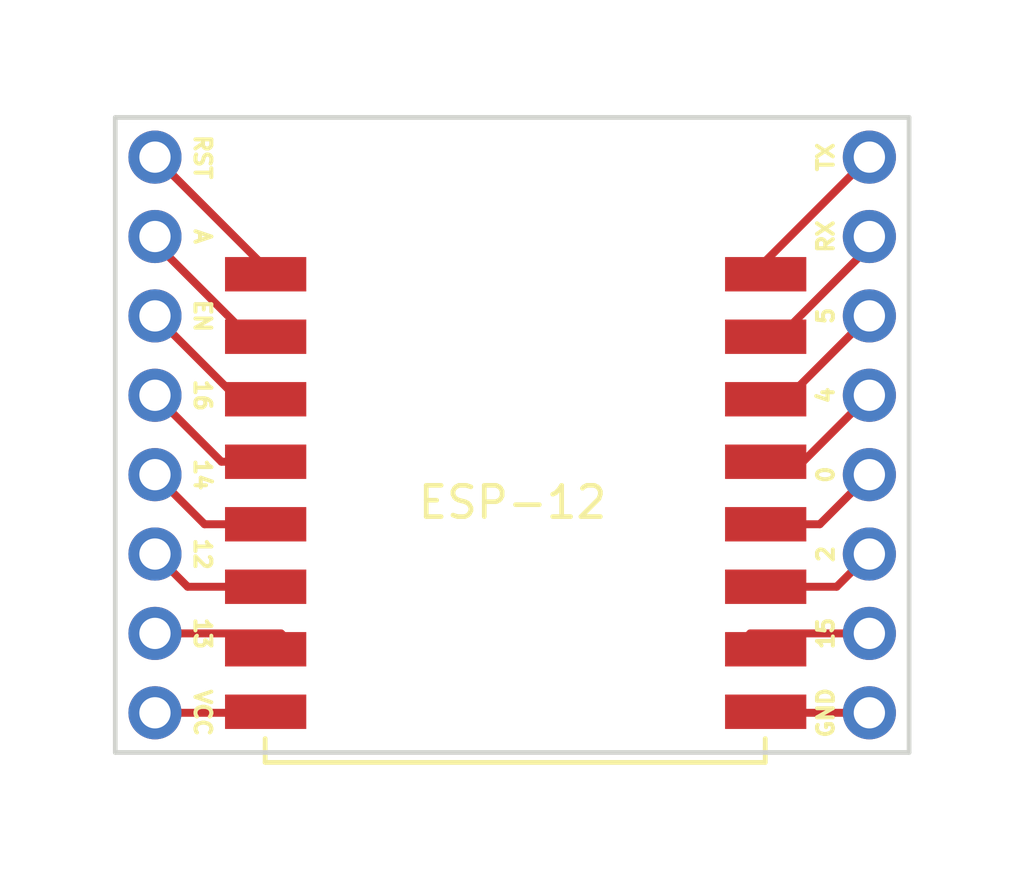
<source format=kicad_pcb>
(kicad_pcb (version 4) (host pcbnew 4.0.5)

  (general
    (links 16)
    (no_connects 0)
    (area 153.594999 95.174999 179.145001 115.645001)
    (thickness 1.6)
    (drawings 21)
    (tracks 36)
    (zones 0)
    (modules 3)
    (nets 17)
  )

  (page A4)
  (layers
    (0 F.Cu signal)
    (31 B.Cu signal)
    (32 B.Adhes user)
    (33 F.Adhes user)
    (34 B.Paste user)
    (35 F.Paste user)
    (36 B.SilkS user)
    (37 F.SilkS user)
    (38 B.Mask user)
    (39 F.Mask user)
    (40 Dwgs.User user)
    (41 Cmts.User user)
    (42 Eco1.User user)
    (43 Eco2.User user)
    (44 Edge.Cuts user)
    (45 Margin user)
    (46 B.CrtYd user)
    (47 F.CrtYd user)
    (48 B.Fab user)
    (49 F.Fab user)
  )

  (setup
    (last_trace_width 0.254)
    (user_trace_width 0.254)
    (trace_clearance 0.254)
    (zone_clearance 0.508)
    (zone_45_only no)
    (trace_min 0.1524)
    (segment_width 0.2)
    (edge_width 0.15)
    (via_size 0.6858)
    (via_drill 0.3302)
    (via_min_size 0.6858)
    (via_min_drill 0.3302)
    (uvia_size 0.762)
    (uvia_drill 0.508)
    (uvias_allowed no)
    (uvia_min_size 0)
    (uvia_min_drill 0)
    (pcb_text_width 0.3)
    (pcb_text_size 1.5 1.5)
    (mod_edge_width 0.15)
    (mod_text_size 1 1)
    (mod_text_width 0.15)
    (pad_size 1.7 1.7)
    (pad_drill 1)
    (pad_to_mask_clearance 0.2)
    (aux_axis_origin 0 0)
    (visible_elements FFFFFF7F)
    (pcbplotparams
      (layerselection 0x00030_80000001)
      (usegerberextensions false)
      (excludeedgelayer true)
      (linewidth 0.100000)
      (plotframeref false)
      (viasonmask false)
      (mode 1)
      (useauxorigin false)
      (hpglpennumber 1)
      (hpglpenspeed 20)
      (hpglpendiameter 15)
      (hpglpenoverlay 2)
      (psnegative false)
      (psa4output false)
      (plotreference true)
      (plotvalue true)
      (plotinvisibletext false)
      (padsonsilk false)
      (subtractmaskfromsilk false)
      (outputformat 1)
      (mirror false)
      (drillshape 1)
      (scaleselection 1)
      (outputdirectory ""))
  )

  (net 0 "")
  (net 1 "Net-(P1-Pad1)")
  (net 2 "Net-(P1-Pad2)")
  (net 3 "Net-(P1-Pad3)")
  (net 4 "Net-(P1-Pad4)")
  (net 5 "Net-(P1-Pad5)")
  (net 6 "Net-(P1-Pad6)")
  (net 7 "Net-(P1-Pad7)")
  (net 8 /VCC)
  (net 9 "Net-(P2-Pad1)")
  (net 10 "Net-(P2-Pad2)")
  (net 11 "Net-(P2-Pad3)")
  (net 12 "Net-(P2-Pad4)")
  (net 13 "Net-(P2-Pad5)")
  (net 14 "Net-(P2-Pad6)")
  (net 15 "Net-(P2-Pad7)")
  (net 16 /GND)

  (net_class Default "This is the default net class."
    (clearance 0.254)
    (trace_width 0.254)
    (via_dia 0.6858)
    (via_drill 0.3302)
    (uvia_dia 0.762)
    (uvia_drill 0.508)
    (add_net /GND)
    (add_net /VCC)
    (add_net "Net-(P1-Pad1)")
    (add_net "Net-(P1-Pad2)")
    (add_net "Net-(P1-Pad3)")
    (add_net "Net-(P1-Pad4)")
    (add_net "Net-(P1-Pad5)")
    (add_net "Net-(P1-Pad6)")
    (add_net "Net-(P1-Pad7)")
    (add_net "Net-(P2-Pad1)")
    (add_net "Net-(P2-Pad2)")
    (add_net "Net-(P2-Pad3)")
    (add_net "Net-(P2-Pad4)")
    (add_net "Net-(P2-Pad5)")
    (add_net "Net-(P2-Pad6)")
    (add_net "Net-(P2-Pad7)")
  )

  (module esp-12s:ESP-12 (layer F.Cu) (tedit 592B6773) (tstamp 592B55BB)
    (at 159.482 100.267)
    (descr "Module, ESP-8266, ESP-12, 16 pad, SMD")
    (tags "Module ESP-8266 ESP8266")
    (path /592B4E51)
    (fp_text reference ESP-12 (at 6.9 7.3) (layer F.SilkS)
      (effects (font (size 1 1) (thickness 0.15)))
    )
    (fp_text value ESP-12 (at 6.992 1) (layer F.Fab)
      (effects (font (size 1 1) (thickness 0.15)))
    )
    (fp_line (start -2.25 -0.5) (end -2.25 -8.75) (layer F.CrtYd) (width 0.05))
    (fp_line (start -2.25 -8.75) (end 15.25 -8.75) (layer F.CrtYd) (width 0.05))
    (fp_line (start 15.25 -8.75) (end 16.25 -8.75) (layer F.CrtYd) (width 0.05))
    (fp_line (start 16.25 -8.75) (end 16.25 16) (layer F.CrtYd) (width 0.05))
    (fp_line (start 16.25 16) (end -2.25 16) (layer F.CrtYd) (width 0.05))
    (fp_line (start -2.25 16) (end -2.25 -0.5) (layer F.CrtYd) (width 0.05))
    (fp_line (start -1.016 -8.382) (end 14.986 -8.382) (layer F.CrtYd) (width 0.1524))
    (fp_line (start 14.986 -8.382) (end 14.986 -0.889) (layer F.CrtYd) (width 0.1524))
    (fp_line (start -1.016 -8.382) (end -1.016 -1.016) (layer F.CrtYd) (width 0.1524))
    (fp_line (start -1.016 14.859) (end -1.016 15.621) (layer F.SilkS) (width 0.1524))
    (fp_line (start -1.016 15.621) (end 14.986 15.621) (layer F.SilkS) (width 0.1524))
    (fp_line (start 14.986 15.621) (end 14.986 14.859) (layer F.SilkS) (width 0.1524))
    (fp_line (start 14.992 -8.4) (end -1.008 -2.6) (layer F.CrtYd) (width 0.1524))
    (fp_line (start -1.008 -8.4) (end 14.992 -2.6) (layer F.CrtYd) (width 0.1524))
    (fp_text user "No Copper" (at 6.892 -5.4) (layer F.CrtYd)
      (effects (font (size 1 1) (thickness 0.15)))
    )
    (fp_line (start -1.008 -2.6) (end 14.992 -2.6) (layer F.CrtYd) (width 0.1524))
    (fp_line (start 15 -8.4) (end 15 15.6) (layer F.Fab) (width 0.05))
    (fp_line (start 14.992 15.6) (end -1.008 15.6) (layer F.Fab) (width 0.05))
    (fp_line (start -1.008 15.6) (end -1.008 -8.4) (layer F.Fab) (width 0.05))
    (fp_line (start -1.008 -8.4) (end 14.992 -8.4) (layer F.Fab) (width 0.05))
    (pad 1 smd rect (at 0 0) (size 2.6 1.1) (drill (offset -1 0)) (layers F.Cu F.Paste F.Mask)
      (net 1 "Net-(P1-Pad1)"))
    (pad 2 smd rect (at 0 2) (size 2.6 1.1) (drill (offset -1 0)) (layers F.Cu F.Paste F.Mask)
      (net 2 "Net-(P1-Pad2)"))
    (pad 3 smd rect (at 0 4) (size 2.6 1.1) (drill (offset -1 0)) (layers F.Cu F.Paste F.Mask)
      (net 3 "Net-(P1-Pad3)"))
    (pad 4 smd rect (at 0 6) (size 2.6 1.1) (drill (offset -1 0)) (layers F.Cu F.Paste F.Mask)
      (net 4 "Net-(P1-Pad4)"))
    (pad 5 smd rect (at 0 8) (size 2.6 1.1) (drill (offset -1 0)) (layers F.Cu F.Paste F.Mask)
      (net 5 "Net-(P1-Pad5)"))
    (pad 6 smd rect (at 0 10) (size 2.6 1.1) (drill (offset -1 0)) (layers F.Cu F.Paste F.Mask)
      (net 6 "Net-(P1-Pad6)"))
    (pad 7 smd rect (at 0 12) (size 2.6 1.1) (drill (offset -1 0)) (layers F.Cu F.Paste F.Mask)
      (net 7 "Net-(P1-Pad7)"))
    (pad 8 smd rect (at 0 14) (size 2.6 1.1) (drill (offset -1 0)) (layers F.Cu F.Paste F.Mask)
      (net 8 /VCC))
    (pad 9 smd rect (at 14 14) (size 2.6 1.1) (drill (offset 1 0)) (layers F.Cu F.Paste F.Mask)
      (net 16 /GND))
    (pad 10 smd rect (at 14 12) (size 2.6 1.1) (drill (offset 1 0)) (layers F.Cu F.Paste F.Mask)
      (net 15 "Net-(P2-Pad7)"))
    (pad 11 smd rect (at 14 10) (size 2.6 1.1) (drill (offset 1 0)) (layers F.Cu F.Paste F.Mask)
      (net 14 "Net-(P2-Pad6)"))
    (pad 12 smd rect (at 14 8) (size 2.6 1.1) (drill (offset 1 0)) (layers F.Cu F.Paste F.Mask)
      (net 13 "Net-(P2-Pad5)"))
    (pad 13 smd rect (at 14 6) (size 2.6 1.1) (drill (offset 1 0)) (layers F.Cu F.Paste F.Mask)
      (net 12 "Net-(P2-Pad4)"))
    (pad 14 smd rect (at 14 4) (size 2.6 1.1) (drill (offset 1 0)) (layers F.Cu F.Paste F.Mask)
      (net 11 "Net-(P2-Pad3)"))
    (pad 15 smd rect (at 14 2) (size 2.6 1.1) (drill (offset 1 0)) (layers F.Cu F.Paste F.Mask)
      (net 10 "Net-(P2-Pad2)"))
    (pad 16 smd rect (at 14 0) (size 2.6 1.1) (drill (offset 1 0)) (layers F.Cu F.Paste F.Mask)
      (net 9 "Net-(P2-Pad1)"))
    (model ${KIPRJMOD}/libraries/esp8266/ESP8266.3dshapes/ESP-12.wrl
      (at (xyz 0 0 0))
      (scale (xyz 0.395 0.395 0.395))
      (rotate (xyz 0 0 0))
    )
  )

  (module headers:Pin_Header_Straight_1x08_Pitch2.54mm (layer F.Cu) (tedit 592B5CD0) (tstamp 592B55A7)
    (at 177.8 96.52)
    (descr "Through hole straight pin header, 1x08, 2.54mm pitch, single row")
    (tags "Through hole pin header THT 1x08 2.54mm single row")
    (path /592B4F4F)
    (fp_text reference P2 (at 0 -2.33) (layer F.SilkS) hide
      (effects (font (size 1 1) (thickness 0.15)))
    )
    (fp_text value CONN_01X08 (at 0 20.11) (layer F.Fab)
      (effects (font (size 1 1) (thickness 0.15)))
    )
    (fp_line (start -1.27 -1.27) (end -1.27 19.05) (layer F.Fab) (width 0.1))
    (fp_line (start -1.27 19.05) (end 1.27 19.05) (layer F.Fab) (width 0.1))
    (fp_line (start 1.27 19.05) (end 1.27 -1.27) (layer F.Fab) (width 0.1))
    (fp_line (start 1.27 -1.27) (end -1.27 -1.27) (layer F.Fab) (width 0.1))
    (fp_line (start -1.8 -1.8) (end -1.8 19.55) (layer F.CrtYd) (width 0.05))
    (fp_line (start -1.8 19.55) (end 1.8 19.55) (layer F.CrtYd) (width 0.05))
    (fp_line (start 1.8 19.55) (end 1.8 -1.8) (layer F.CrtYd) (width 0.05))
    (fp_line (start 1.8 -1.8) (end -1.8 -1.8) (layer F.CrtYd) (width 0.05))
    (fp_text user %R (at 0 -2.33) (layer F.Fab) hide
      (effects (font (size 1 1) (thickness 0.15)))
    )
    (pad 1 thru_hole circle (at 0 0) (size 1.7 1.7) (drill 1) (layers *.Cu *.Mask)
      (net 9 "Net-(P2-Pad1)"))
    (pad 2 thru_hole oval (at 0 2.54) (size 1.7 1.7) (drill 1) (layers *.Cu *.Mask)
      (net 10 "Net-(P2-Pad2)"))
    (pad 3 thru_hole oval (at 0 5.08) (size 1.7 1.7) (drill 1) (layers *.Cu *.Mask)
      (net 11 "Net-(P2-Pad3)"))
    (pad 4 thru_hole oval (at 0 7.62) (size 1.7 1.7) (drill 1) (layers *.Cu *.Mask)
      (net 12 "Net-(P2-Pad4)"))
    (pad 5 thru_hole oval (at 0 10.16) (size 1.7 1.7) (drill 1) (layers *.Cu *.Mask)
      (net 13 "Net-(P2-Pad5)"))
    (pad 6 thru_hole oval (at 0 12.7) (size 1.7 1.7) (drill 1) (layers *.Cu *.Mask)
      (net 14 "Net-(P2-Pad6)"))
    (pad 7 thru_hole oval (at 0 15.24) (size 1.7 1.7) (drill 1) (layers *.Cu *.Mask)
      (net 15 "Net-(P2-Pad7)"))
    (pad 8 thru_hole oval (at 0 17.78) (size 1.7 1.7) (drill 1) (layers *.Cu *.Mask)
      (net 16 /GND))
    (model ${KISYS3DMOD}/Pin_Headers.3dshapes/Pin_Header_Straight_1x08_Pitch2.54mm.wrl
      (at (xyz 0 -0.35 0))
      (scale (xyz 1 1 1))
      (rotate (xyz 0 0 90))
    )
  )

  (module headers:Pin_Header_Straight_1x08_Pitch2.54mm (layer F.Cu) (tedit 592B5CD0) (tstamp 592B559B)
    (at 154.94 96.52)
    (descr "Through hole straight pin header, 1x08, 2.54mm pitch, single row")
    (tags "Through hole pin header THT 1x08 2.54mm single row")
    (path /592B4ED9)
    (fp_text reference P1 (at 0 -2.33) (layer F.SilkS) hide
      (effects (font (size 1 1) (thickness 0.15)))
    )
    (fp_text value CONN_01X08 (at 0 20.11) (layer F.Fab)
      (effects (font (size 1 1) (thickness 0.15)))
    )
    (fp_line (start -1.27 -1.27) (end -1.27 19.05) (layer F.Fab) (width 0.1))
    (fp_line (start -1.27 19.05) (end 1.27 19.05) (layer F.Fab) (width 0.1))
    (fp_line (start 1.27 19.05) (end 1.27 -1.27) (layer F.Fab) (width 0.1))
    (fp_line (start 1.27 -1.27) (end -1.27 -1.27) (layer F.Fab) (width 0.1))
    (fp_line (start -1.8 -1.8) (end -1.8 19.55) (layer F.CrtYd) (width 0.05))
    (fp_line (start -1.8 19.55) (end 1.8 19.55) (layer F.CrtYd) (width 0.05))
    (fp_line (start 1.8 19.55) (end 1.8 -1.8) (layer F.CrtYd) (width 0.05))
    (fp_line (start 1.8 -1.8) (end -1.8 -1.8) (layer F.CrtYd) (width 0.05))
    (fp_text user %R (at 0 -2.33) (layer F.Fab) hide
      (effects (font (size 1 1) (thickness 0.15)))
    )
    (pad 1 thru_hole circle (at 0 0) (size 1.7 1.7) (drill 1) (layers *.Cu *.Mask)
      (net 1 "Net-(P1-Pad1)"))
    (pad 2 thru_hole oval (at 0 2.54) (size 1.7 1.7) (drill 1) (layers *.Cu *.Mask)
      (net 2 "Net-(P1-Pad2)"))
    (pad 3 thru_hole oval (at 0 5.08) (size 1.7 1.7) (drill 1) (layers *.Cu *.Mask)
      (net 3 "Net-(P1-Pad3)"))
    (pad 4 thru_hole oval (at 0 7.62) (size 1.7 1.7) (drill 1) (layers *.Cu *.Mask)
      (net 4 "Net-(P1-Pad4)"))
    (pad 5 thru_hole oval (at 0 10.16) (size 1.7 1.7) (drill 1) (layers *.Cu *.Mask)
      (net 5 "Net-(P1-Pad5)"))
    (pad 6 thru_hole oval (at 0 12.7) (size 1.7 1.7) (drill 1) (layers *.Cu *.Mask)
      (net 6 "Net-(P1-Pad6)"))
    (pad 7 thru_hole oval (at 0 15.24) (size 1.7 1.7) (drill 1) (layers *.Cu *.Mask)
      (net 7 "Net-(P1-Pad7)"))
    (pad 8 thru_hole oval (at 0 17.78) (size 1.7 1.7) (drill 1) (layers *.Cu *.Mask)
      (net 8 /VCC))
    (model ${KISYS3DMOD}/Pin_Headers.3dshapes/Pin_Header_Straight_1x08_Pitch2.54mm.wrl
      (at (xyz 0 -0.35 0))
      (scale (xyz 1 1 1))
      (rotate (xyz 0 0 90))
    )
  )

  (gr_text GND (at 176.403 114.3 90) (layer F.SilkS) (tstamp 592B6625)
    (effects (font (size 0.508 0.508) (thickness 0.127)))
  )
  (gr_text 15 (at 176.403 111.76 90) (layer F.SilkS) (tstamp 592B6624)
    (effects (font (size 0.508 0.508) (thickness 0.127)))
  )
  (gr_text 2 (at 176.403 109.22 90) (layer F.SilkS) (tstamp 592B6623)
    (effects (font (size 0.508 0.508) (thickness 0.127)))
  )
  (gr_text 0 (at 176.403 106.68 90) (layer F.SilkS) (tstamp 592B6622)
    (effects (font (size 0.508 0.508) (thickness 0.127)))
  )
  (gr_text 4 (at 176.403 104.14 90) (layer F.SilkS) (tstamp 592B6621)
    (effects (font (size 0.508 0.508) (thickness 0.127)))
  )
  (gr_text 5 (at 176.403 101.6 90) (layer F.SilkS) (tstamp 592B6620)
    (effects (font (size 0.508 0.508) (thickness 0.127)))
  )
  (gr_text RX (at 176.403 99.06 90) (layer F.SilkS) (tstamp 592B661F)
    (effects (font (size 0.508 0.508) (thickness 0.127)))
  )
  (gr_text TX (at 176.403 96.52 90) (layer F.SilkS)
    (effects (font (size 0.508 0.508) (thickness 0.127)))
  )
  (gr_text VCC (at 156.464 114.3 270) (layer F.SilkS) (tstamp 592B64E2)
    (effects (font (size 0.508 0.508) (thickness 0.127)))
  )
  (gr_text 13 (at 156.464 111.76 270) (layer F.SilkS) (tstamp 592B64E0)
    (effects (font (size 0.508 0.508) (thickness 0.127)))
  )
  (gr_text 12 (at 156.464 109.22 270) (layer F.SilkS) (tstamp 592B64DE)
    (effects (font (size 0.508 0.508) (thickness 0.127)))
  )
  (gr_text 14 (at 156.464 106.68 270) (layer F.SilkS) (tstamp 592B64DC)
    (effects (font (size 0.508 0.508) (thickness 0.127)))
  )
  (gr_text 16 (at 156.464 104.14 270) (layer F.SilkS) (tstamp 592B64DA)
    (effects (font (size 0.508 0.508) (thickness 0.127)))
  )
  (gr_text EN (at 156.464 101.6 270) (layer F.SilkS) (tstamp 592B64D8)
    (effects (font (size 0.508 0.508) (thickness 0.127)))
  )
  (gr_text A (at 156.464 99.06 270) (layer F.SilkS) (tstamp 592B64D6)
    (effects (font (size 0.508 0.508) (thickness 0.127)))
  )
  (gr_text RST (at 156.464 96.52 270) (layer F.SilkS)
    (effects (font (size 0.508 0.508) (thickness 0.127)))
  )
  (dimension 22.86 (width 0.3) (layer Margin)
    (gr_text "0.9000 in" (at 166.37 120.73) (layer Margin)
      (effects (font (size 1.5 1.5) (thickness 0.3)))
    )
    (feature1 (pts (xy 177.8 114.3) (xy 177.8 122.08)))
    (feature2 (pts (xy 154.94 114.3) (xy 154.94 122.08)))
    (crossbar (pts (xy 154.94 119.38) (xy 177.8 119.38)))
    (arrow1a (pts (xy 177.8 119.38) (xy 176.673496 119.966421)))
    (arrow1b (pts (xy 177.8 119.38) (xy 176.673496 118.793579)))
    (arrow2a (pts (xy 154.94 119.38) (xy 156.066504 119.966421)))
    (arrow2b (pts (xy 154.94 119.38) (xy 156.066504 118.793579)))
  )
  (gr_line (start 153.67 115.57) (end 153.67 95.25) (layer Edge.Cuts) (width 0.15))
  (gr_line (start 179.07 115.57) (end 153.67 115.57) (layer Edge.Cuts) (width 0.15))
  (gr_line (start 179.07 95.25) (end 179.07 115.57) (layer Edge.Cuts) (width 0.15))
  (gr_line (start 153.67 95.25) (end 179.07 95.25) (layer Edge.Cuts) (width 0.15))

  (segment (start 159.482 100.267) (end 158.687 100.267) (width 0.254) (layer F.Cu) (net 1))
  (segment (start 158.687 100.267) (end 154.94 96.52) (width 0.254) (layer F.Cu) (net 1))
  (segment (start 159.482 102.267) (end 157.946198 102.267) (width 0.254) (layer F.Cu) (net 2))
  (segment (start 157.946198 102.267) (end 154.925371 99.246173) (width 0.254) (layer F.Cu) (net 2))
  (segment (start 154.925371 99.246173) (end 154.925371 99.045371) (width 0.254) (layer F.Cu) (net 2))
  (segment (start 154.925371 99.045371) (end 154.94 99.06) (width 0.254) (layer F.Cu) (net 2))
  (segment (start 159.482 104.267) (end 157.607 104.267) (width 0.254) (layer F.Cu) (net 3))
  (segment (start 157.607 104.267) (end 154.94 101.6) (width 0.254) (layer F.Cu) (net 3))
  (segment (start 159.482 106.267) (end 157.067 106.267) (width 0.254) (layer F.Cu) (net 4))
  (segment (start 157.067 106.267) (end 154.94 104.14) (width 0.254) (layer F.Cu) (net 4))
  (segment (start 159.482 108.267) (end 156.527 108.267) (width 0.254) (layer F.Cu) (net 5))
  (segment (start 156.527 108.267) (end 154.94 106.68) (width 0.254) (layer F.Cu) (net 5))
  (segment (start 159.482 110.267) (end 155.987 110.267) (width 0.254) (layer F.Cu) (net 6))
  (segment (start 155.987 110.267) (end 154.94 109.22) (width 0.254) (layer F.Cu) (net 6))
  (segment (start 159.482 112.267) (end 158.975 111.76) (width 0.254) (layer F.Cu) (net 7))
  (segment (start 158.975 111.76) (end 154.94 111.76) (width 0.254) (layer F.Cu) (net 7))
  (segment (start 159.482 114.267) (end 159.449 114.3) (width 0.254) (layer F.Cu) (net 8))
  (segment (start 159.449 114.3) (end 154.94 114.3) (width 0.254) (layer F.Cu) (net 8))
  (segment (start 173.482 100.267) (end 174.053 100.267) (width 0.254) (layer F.Cu) (net 9))
  (segment (start 174.053 100.267) (end 177.8 96.52) (width 0.254) (layer F.Cu) (net 9))
  (segment (start 173.482 102.267) (end 174.922614 102.267) (width 0.254) (layer F.Cu) (net 10))
  (segment (start 174.922614 102.267) (end 177.845556 99.344058) (width 0.254) (layer F.Cu) (net 10))
  (segment (start 177.845556 99.344058) (end 177.8 99.298502) (width 0.254) (layer F.Cu) (net 10))
  (segment (start 177.8 99.298502) (end 177.8 99.06) (width 0.254) (layer F.Cu) (net 10))
  (segment (start 173.482 104.267) (end 175.133 104.267) (width 0.254) (layer F.Cu) (net 11))
  (segment (start 175.133 104.267) (end 177.8 101.6) (width 0.254) (layer F.Cu) (net 11))
  (segment (start 173.482 106.267) (end 175.673 106.267) (width 0.254) (layer F.Cu) (net 12))
  (segment (start 175.673 106.267) (end 177.8 104.14) (width 0.254) (layer F.Cu) (net 12))
  (segment (start 173.482 108.267) (end 176.213 108.267) (width 0.254) (layer F.Cu) (net 13))
  (segment (start 176.213 108.267) (end 177.8 106.68) (width 0.254) (layer F.Cu) (net 13))
  (segment (start 173.482 110.267) (end 176.753 110.267) (width 0.254) (layer F.Cu) (net 14))
  (segment (start 176.753 110.267) (end 177.8 109.22) (width 0.254) (layer F.Cu) (net 14))
  (segment (start 173.482 112.267) (end 173.989 111.76) (width 0.254) (layer F.Cu) (net 15))
  (segment (start 173.989 111.76) (end 177.8 111.76) (width 0.254) (layer F.Cu) (net 15))
  (segment (start 173.482 114.267) (end 173.515 114.3) (width 0.254) (layer F.Cu) (net 16))
  (segment (start 173.515 114.3) (end 177.8 114.3) (width 0.254) (layer F.Cu) (net 16))

)

</source>
